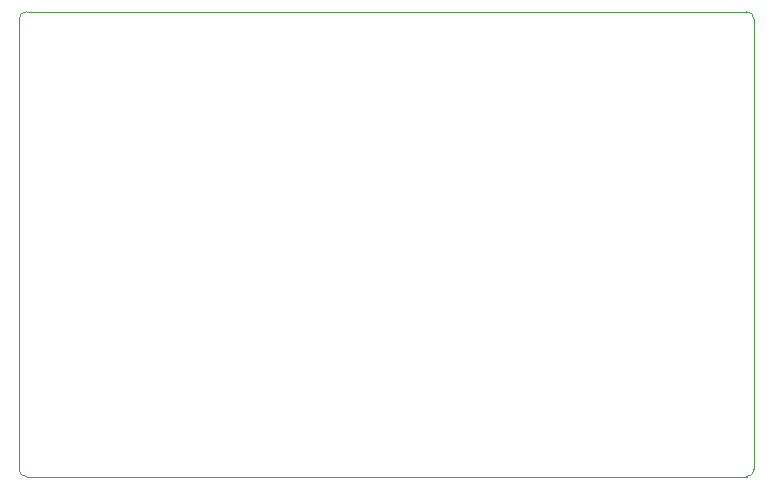
<source format=gbr>
%TF.GenerationSoftware,KiCad,Pcbnew,(6.0.2)*%
%TF.CreationDate,2022-03-14T19:59:34-05:00*%
%TF.ProjectId,SerialClockFlyover,53657269-616c-4436-9c6f-636b466c796f,rev?*%
%TF.SameCoordinates,Original*%
%TF.FileFunction,Profile,NP*%
%FSLAX46Y46*%
G04 Gerber Fmt 4.6, Leading zero omitted, Abs format (unit mm)*
G04 Created by KiCad (PCBNEW (6.0.2)) date 2022-03-14 19:59:34*
%MOMM*%
%LPD*%
G01*
G04 APERTURE LIST*
%TA.AperFunction,Profile*%
%ADD10C,0.100000*%
%TD*%
G04 APERTURE END LIST*
D10*
X148590000Y-121920000D02*
X148590000Y-83820000D01*
X210820000Y-83820000D02*
X210820001Y-121920000D01*
X210185001Y-122555000D02*
G75*
G03*
X210820001Y-121920000I1J634999D01*
G01*
X210185001Y-122555000D02*
X149225000Y-122555000D01*
X148590000Y-121920000D02*
G75*
G03*
X149225000Y-122555000I634999J-1D01*
G01*
X149225000Y-83185000D02*
X210185000Y-83185000D01*
X149225000Y-83185000D02*
G75*
G03*
X148590000Y-83820000I-1J-634999D01*
G01*
X210820000Y-83820000D02*
G75*
G03*
X210185000Y-83185000I-634999J1D01*
G01*
M02*

</source>
